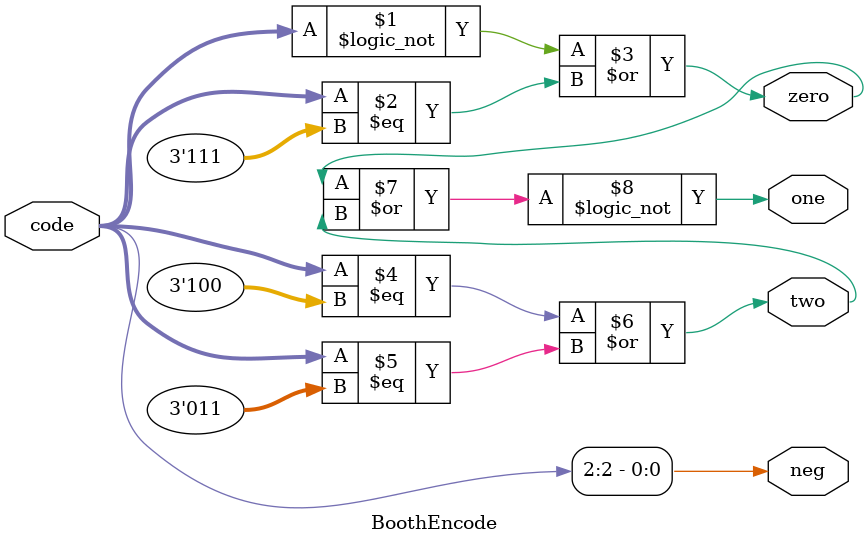
<source format=v>
module BoothEncode (code, neg, zero, one, two);
    input [2:0] code;
    output neg, zero, one, two;

    assign neg  = code[2];
    assign zero = (code == 3'b000) | (code == 3'b111);
    assign two  = (code == 3'b100) | (code == 3'b011);
    assign one  = !(zero | two);
endmodule
</source>
